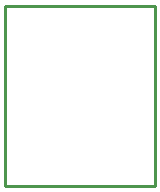
<source format=gbo>
%FSLAX25Y25*%
%MOIN*%
G70*
G01*
G75*
G04 Layer_Color=32896*
%ADD10R,0.05118X0.03347*%
%ADD11R,0.05315X0.03740*%
%ADD12R,0.03347X0.05118*%
%ADD13R,0.01181X0.05118*%
%ADD14C,0.00800*%
%ADD15C,0.01000*%
%ADD16C,0.05906*%
%ADD17R,0.05906X0.05906*%
%ADD18C,0.02756*%
%ADD19C,0.00984*%
%ADD20C,0.02362*%
%ADD21C,0.00787*%
%ADD22C,0.00394*%
%ADD23R,0.05918X0.04147*%
%ADD24R,0.06115X0.04540*%
%ADD25R,0.04147X0.05918*%
%ADD26R,0.01981X0.05918*%
%ADD27C,0.06706*%
%ADD28R,0.06706X0.06706*%
D15*
X145000Y135000D02*
X195000D01*
Y195000D01*
X145000D02*
X195000D01*
X145000Y135000D02*
Y195000D01*
M02*

</source>
